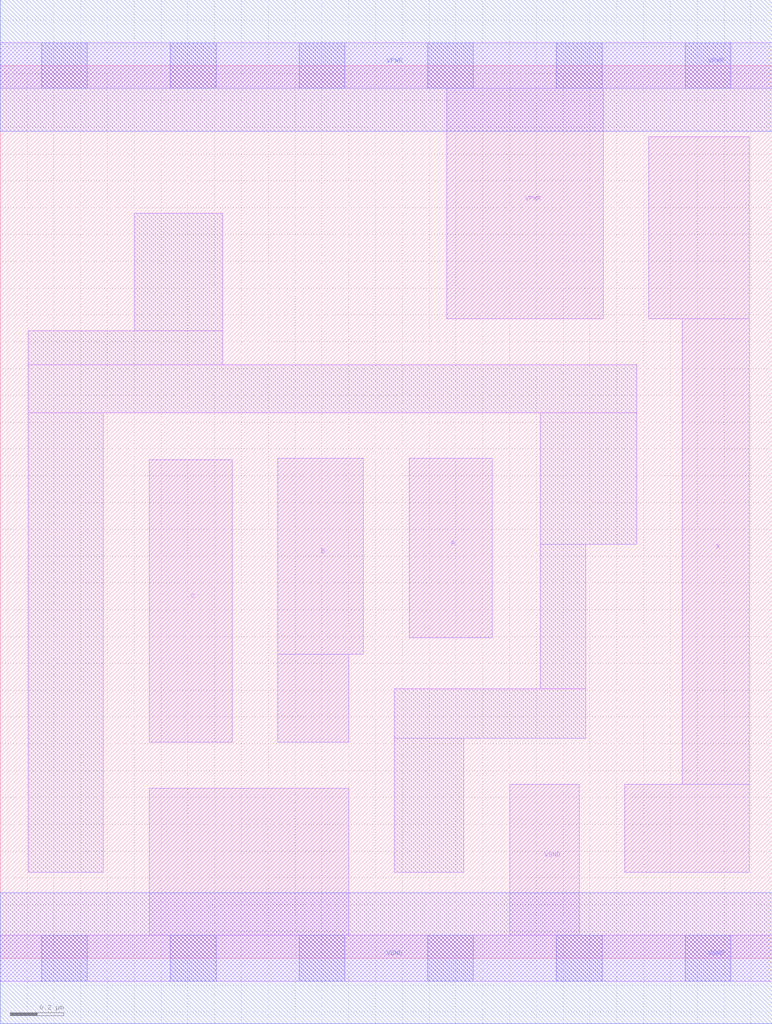
<source format=lef>
# Copyright 2020 The SkyWater PDK Authors
#
# Licensed under the Apache License, Version 2.0 (the "License");
# you may not use this file except in compliance with the License.
# You may obtain a copy of the License at
#
#     https://www.apache.org/licenses/LICENSE-2.0
#
# Unless required by applicable law or agreed to in writing, software
# distributed under the License is distributed on an "AS IS" BASIS,
# WITHOUT WARRANTIES OR CONDITIONS OF ANY KIND, either express or implied.
# See the License for the specific language governing permissions and
# limitations under the License.
#
# SPDX-License-Identifier: Apache-2.0

VERSION 5.7 ;
  NAMESCASESENSITIVE ON ;
  NOWIREEXTENSIONATPIN ON ;
  DIVIDERCHAR "/" ;
  BUSBITCHARS "[]" ;
UNITS
  DATABASE MICRONS 200 ;
END UNITS
MACRO sky130_fd_sc_lp__or3_0
  CLASS CORE ;
  SOURCE USER ;
  FOREIGN sky130_fd_sc_lp__or3_0 ;
  ORIGIN  0.000000  0.000000 ;
  SIZE  2.880000 BY  3.330000 ;
  SYMMETRY X Y R90 ;
  SITE unit ;
  PIN A
    ANTENNAGATEAREA  0.126000 ;
    DIRECTION INPUT ;
    USE SIGNAL ;
    PORT
      LAYER li1 ;
        RECT 1.525000 1.195000 1.835000 1.865000 ;
    END
  END A
  PIN B
    ANTENNAGATEAREA  0.126000 ;
    DIRECTION INPUT ;
    USE SIGNAL ;
    PORT
      LAYER li1 ;
        RECT 1.035000 0.805000 1.300000 1.135000 ;
        RECT 1.035000 1.135000 1.355000 1.865000 ;
    END
  END B
  PIN C
    ANTENNAGATEAREA  0.126000 ;
    DIRECTION INPUT ;
    USE SIGNAL ;
    PORT
      LAYER li1 ;
        RECT 0.555000 0.805000 0.865000 1.860000 ;
    END
  END C
  PIN X
    ANTENNADIFFAREA  0.297700 ;
    DIRECTION OUTPUT ;
    USE SIGNAL ;
    PORT
      LAYER li1 ;
        RECT 2.330000 0.320000 2.795000 0.650000 ;
        RECT 2.420000 2.385000 2.795000 3.065000 ;
        RECT 2.545000 0.650000 2.795000 2.385000 ;
    END
  END X
  PIN VGND
    DIRECTION INOUT ;
    USE GROUND ;
    PORT
      LAYER li1 ;
        RECT 0.000000 -0.085000 2.880000 0.085000 ;
        RECT 0.555000  0.085000 1.300000 0.635000 ;
        RECT 1.900000  0.085000 2.160000 0.650000 ;
      LAYER mcon ;
        RECT 0.155000 -0.085000 0.325000 0.085000 ;
        RECT 0.635000 -0.085000 0.805000 0.085000 ;
        RECT 1.115000 -0.085000 1.285000 0.085000 ;
        RECT 1.595000 -0.085000 1.765000 0.085000 ;
        RECT 2.075000 -0.085000 2.245000 0.085000 ;
        RECT 2.555000 -0.085000 2.725000 0.085000 ;
      LAYER met1 ;
        RECT 0.000000 -0.245000 2.880000 0.245000 ;
    END
  END VGND
  PIN VPWR
    DIRECTION INOUT ;
    USE POWER ;
    PORT
      LAYER li1 ;
        RECT 0.000000 3.245000 2.880000 3.415000 ;
        RECT 1.665000 2.385000 2.250000 3.245000 ;
      LAYER mcon ;
        RECT 0.155000 3.245000 0.325000 3.415000 ;
        RECT 0.635000 3.245000 0.805000 3.415000 ;
        RECT 1.115000 3.245000 1.285000 3.415000 ;
        RECT 1.595000 3.245000 1.765000 3.415000 ;
        RECT 2.075000 3.245000 2.245000 3.415000 ;
        RECT 2.555000 3.245000 2.725000 3.415000 ;
      LAYER met1 ;
        RECT 0.000000 3.085000 2.880000 3.575000 ;
    END
  END VPWR
  OBS
    LAYER li1 ;
      RECT 0.105000 0.320000 0.385000 2.035000 ;
      RECT 0.105000 2.035000 2.375000 2.215000 ;
      RECT 0.105000 2.215000 0.830000 2.340000 ;
      RECT 0.500000 2.340000 0.830000 2.780000 ;
      RECT 1.470000 0.320000 1.730000 0.820000 ;
      RECT 1.470000 0.820000 2.185000 1.005000 ;
      RECT 2.015000 1.005000 2.185000 1.545000 ;
      RECT 2.015000 1.545000 2.375000 2.035000 ;
  END
END sky130_fd_sc_lp__or3_0

</source>
